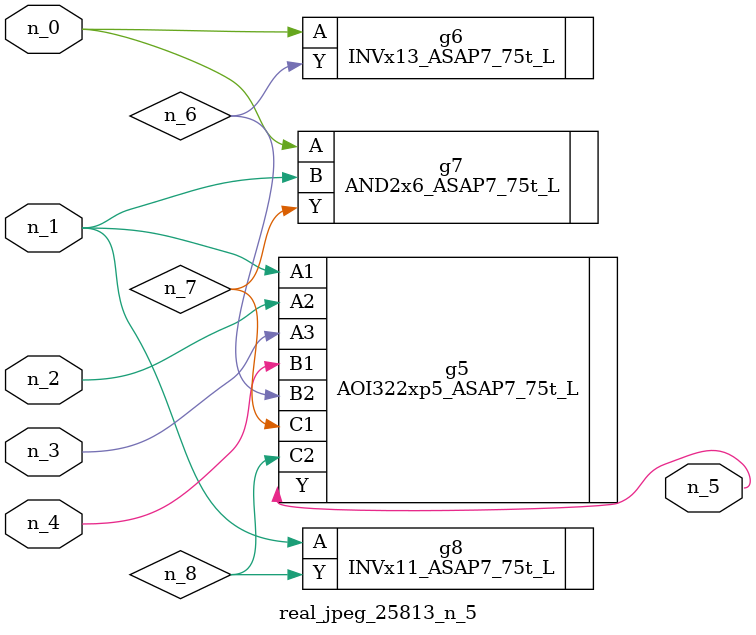
<source format=v>
module real_jpeg_25813_n_5 (n_4, n_0, n_1, n_2, n_3, n_5);

input n_4;
input n_0;
input n_1;
input n_2;
input n_3;

output n_5;

wire n_8;
wire n_6;
wire n_7;

INVx13_ASAP7_75t_L g6 ( 
.A(n_0),
.Y(n_6)
);

AND2x6_ASAP7_75t_L g7 ( 
.A(n_0),
.B(n_1),
.Y(n_7)
);

AOI322xp5_ASAP7_75t_L g5 ( 
.A1(n_1),
.A2(n_2),
.A3(n_3),
.B1(n_4),
.B2(n_6),
.C1(n_7),
.C2(n_8),
.Y(n_5)
);

INVx11_ASAP7_75t_L g8 ( 
.A(n_1),
.Y(n_8)
);


endmodule
</source>
